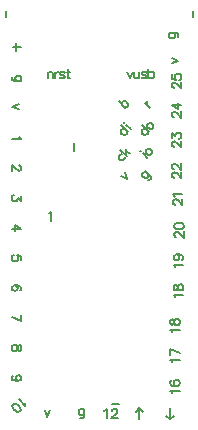
<source format=gto>
%FSTAX23Y23*%
%MOIN*%
%SFA1B1*%

%IPPOS*%
%ADD10C,0.007870*%
%ADD11C,0.005910*%
%LNcs_ranka-1*%
%LPD*%
G54D10*
X0038Y00106D02*
X00406D01*
X00256Y0095D02*
Y00976D01*
X0065Y01397D02*
Y01417D01*
X00028Y01397D02*
Y01417D01*
G54D11*
X00575Y00057D02*
Y00092D01*
X00563Y00068D02*
X00575Y00057D01*
X00587Y00068*
X00461Y0008D02*
X00473Y00092D01*
X00485Y0008*
X00473Y00057D02*
Y00092D01*
X00079Y00689D02*
X00058Y00704D01*
Y00682*
X00079Y00689D02*
X00048D01*
X00072Y00902D02*
X00073D01*
X00076Y00901*
X00078Y00899*
X00079Y00896*
Y0089*
X00078Y00887*
X00076Y00886*
X00073Y00884*
X0007*
X00067Y00886*
X00063Y00889*
X00048Y00904*
Y00883*
X00079Y01183D02*
X00055D01*
X00051Y01185*
X00049Y01186*
X00048Y01189*
Y01194*
X00049Y01197*
X00075Y01183D02*
X00078Y01186D01*
X00079Y01189*
Y01194*
X00078Y01197*
X00075Y012*
X0007Y01201*
X00067*
X00063Y012*
X0006Y01197*
X00058Y01194*
Y01189*
X0006Y01186*
X00063Y01183*
X00581Y00144D02*
X0058Y00147D01*
X00575Y00151*
X00607*
X0058Y00185D02*
X00577Y00183D01*
X00575Y00179*
Y00176*
X00577Y00171*
X00581Y00168*
X00589Y00167*
X00596*
X00602Y00168*
X00605Y00171*
X00607Y00176*
Y00177*
X00605Y00182*
X00602Y00185*
X00598Y00186*
X00596*
X00592Y00185*
X00589Y00182*
X00587Y00177*
Y00176*
X00589Y00171*
X00592Y00168*
X00596Y00167*
X00079Y00296D02*
X00078Y00301D01*
X00075Y00302*
X00072*
X00069Y00301*
X00067Y00298*
X00066Y00292*
X00064Y00287*
X00061Y00284*
X00058Y00283*
X00054*
X00051Y00284*
X00049Y00286*
X00048Y0029*
Y00296*
X00049Y00301*
X00051Y00302*
X00054Y00304*
X00058*
X00061Y00302*
X00064Y00299*
X00066Y00295*
X00067Y00289*
X00069Y00286*
X00072Y00284*
X00075*
X00078Y00286*
X00079Y0029*
Y00296*
Y00383D02*
X00048Y00398D01*
X00079Y00404D02*
Y00383D01*
X00593Y00462D02*
X00591Y00465D01*
X00587Y00469*
X00618*
X00587Y00492D02*
X00588Y00488D01*
X00591Y00486*
X00594*
X00597Y00488*
X00599Y00491*
X006Y00497*
X00602Y00501*
X00605Y00504*
X00608Y00506*
X00612*
X00615Y00504*
X00617Y00503*
X00618Y00498*
Y00492*
X00617Y00488*
X00615Y00486*
X00612Y00485*
X00608*
X00605Y00486*
X00602Y00489*
X006Y00494*
X00599Y005*
X00597Y00503*
X00594Y00504*
X00591*
X00588Y00503*
X00587Y00498*
Y00492*
X00589Y00861D02*
X00587D01*
X00584Y00863*
X00583Y00864*
X00581Y00867*
Y00873*
X00583Y00876*
X00584Y00878*
X00587Y00879*
X0059*
X00593Y00878*
X00598Y00875*
X00612Y0086*
Y00881*
X00589Y00889D02*
X00587D01*
X00584Y00891*
X00583Y00892*
X00581Y00895*
Y00901*
X00583Y00904*
X00584Y00906*
X00587Y00907*
X0059*
X00593Y00906*
X00598Y00903*
X00612Y00888*
Y00909*
X00493Y01109D02*
X00507Y01094D01*
X00499Y01103D02*
X00497Y01107D01*
Y01111*
X00498Y01114*
X00501Y01117*
X00168Y01213D02*
Y01192D01*
Y01207D02*
X00172Y01212D01*
X00175Y01213*
X0018*
X00183Y01212*
X00184Y01207*
Y01192*
X00192Y01213D02*
Y01192D01*
Y01204D02*
X00194Y01209D01*
X00197Y01212*
X002Y01213*
X00204*
X00224Y01209D02*
X00222Y01212D01*
X00218Y01213*
X00213*
X00209Y01212*
X00207Y01209*
X00209Y01206*
X00212Y01204*
X00219Y01203*
X00222Y01201*
X00224Y01198*
Y01197*
X00222Y01194*
X00218Y01192*
X00213*
X00209Y01194*
X00207Y01197*
X00235Y01224D02*
Y01198D01*
X00236Y01194*
X00239Y01192*
X00242*
X0023Y01213D02*
X00241D01*
X00492Y00883D02*
X00509Y00866D01*
X00511Y00862*
Y0086*
X0051Y00857*
X00506Y00853*
X00503Y00852*
X00495Y0088D02*
X00491D01*
X00487Y00879*
X00484Y00876*
X00483Y00873*
Y00868*
X00485Y00864*
X00487Y00862*
X00492Y0086*
X00496*
X00499Y00861*
X00502Y00864*
X00503Y00867*
Y00871*
X00073Y00997D02*
X00075Y00994D01*
X00079Y00989*
X00048*
X00581Y00247D02*
X0058Y0025D01*
X00575Y00254*
X00607*
X00575Y00291D02*
X00607Y00276D01*
X00575Y0027D02*
Y00291D01*
X00589Y0116D02*
X00587D01*
X00584Y01162*
X00583Y01163*
X00581Y01166*
Y01172*
X00583Y01175*
X00584Y01177*
X00587Y01178*
X0059*
X00593Y01177*
X00598Y01174*
X00612Y01159*
Y0118*
X00581Y01205D02*
Y0119D01*
X00595Y01188*
X00593Y0119*
X00592Y01194*
Y01199*
X00593Y01203*
X00596Y01206*
X00601Y01208*
X00604*
X00608Y01206*
X00611Y01203*
X00612Y01199*
Y01194*
X00611Y0119*
X00609Y01188*
X00606Y01187*
X00589Y01062D02*
X00587D01*
X00584Y01064*
X00583Y01065*
X00581Y01068*
Y01074*
X00583Y01077*
X00584Y01079*
X00587Y0108*
X0059*
X00593Y01079*
X00598Y01076*
X00612Y01061*
Y01082*
X00581Y01104D02*
X00602Y01089D01*
Y01111*
X00581Y01104D02*
X00612D01*
X0017Y00742D02*
X00173Y00743D01*
X00177Y00748*
Y00716*
X00157Y00085D02*
X00166Y00064D01*
X00175Y00085D02*
X00166Y00064D01*
X00412Y00867D02*
X00433Y00858D01*
X00424Y00879D02*
X00433Y00858D01*
X00077Y01298D02*
X0005D01*
X00063Y01311D02*
Y01284D01*
X00079Y00586D02*
Y00601D01*
X00066Y00602*
X00067Y00601*
X00069Y00596*
Y00592*
X00067Y00587*
X00064Y00584*
X0006Y00583*
X00057*
X00052Y00584*
X00049Y00587*
X00048Y00592*
Y00596*
X00049Y00601*
X00051Y00602*
X00054Y00604*
X00412Y01035D02*
X00434Y01013D01*
X00423Y01024D02*
X00419D01*
X00415Y01023*
X00412Y0102*
X00411Y01017*
Y01013*
X00413Y01008*
X00415Y01006*
X0042Y01004*
X00424*
X00427Y01005*
X0043Y01008*
X00431Y01012*
Y01016*
X0042Y01043D02*
X00422D01*
Y01045*
X0042*
Y01043*
X00429Y01037D02*
X00444Y01022D01*
X00482Y01035D02*
X00504Y01012D01*
X00492Y01024D02*
X00488D01*
X00485Y01023*
X00482Y0102*
X00481Y01017*
Y01012*
X00483Y01008*
X00485Y01006*
X00489Y01004*
X00493*
X00497Y01005*
X005Y01008*
X00501Y01011*
Y01016*
X005Y01039D02*
X00499Y01035D01*
Y01031*
X00501Y01027*
X00504Y01025*
X00508Y01023*
X00512*
X00515Y01024*
X00518Y01027*
X00519Y0103*
Y01034*
X00517Y01039*
X00515Y01041*
X00511Y01043*
X00507*
X00504Y01042*
X005Y01039*
X00094Y00111D02*
X00093Y00107D01*
Y00101*
X0007Y00123*
X00075Y00084D02*
X00077Y00088D01*
X00076Y00093*
X00072Y001*
X00069Y00103*
X00062Y00107*
X00057Y00108*
X00053Y00106*
X00051Y00104*
X00049Y001*
X0005Y00094*
X00054Y00088*
X00057Y00085*
X00064Y0008*
X00069Y00079*
X00073Y00082*
X00075Y00084*
X00069Y00183D02*
X00064Y00185D01*
X00061Y00188*
X0006Y00192*
Y00194*
X00061Y00198*
X00064Y00201*
X00069Y00203*
X0007*
X00075Y00201*
X00078Y00198*
X00079Y00194*
Y00192*
X00078Y00188*
X00075Y00185*
X00069Y00183*
X00061*
X00054Y00185*
X00049Y00188*
X00048Y00192*
Y00195*
X00049Y002*
X00052Y00201*
X00571Y01343D02*
X00595D01*
X006Y01342*
X00601Y0134*
X00603Y01337*
Y01333*
X00601Y0133*
X00576Y01343D02*
X00573Y0134D01*
X00571Y01337*
Y01333*
X00573Y0133*
X00576Y01327*
X0058Y01325*
X00583*
X00588Y01327*
X00591Y0133*
X00592Y01333*
Y01337*
X00591Y0134*
X00588Y01343*
X00432Y01213D02*
X00441Y01192D01*
X0045Y01213D02*
X00441Y01192D01*
X00455Y01213D02*
Y01198D01*
X00457Y01194*
X0046Y01192*
X00464*
X00467Y01194*
X00472Y01198*
Y01213D02*
Y01192D01*
X00497Y01209D02*
X00495Y01212D01*
X00491Y01213*
X00486*
X00482Y01212*
X0048Y01209*
X00482Y01206*
X00485Y01204*
X00492Y01203*
X00495Y01201*
X00497Y01198*
Y01197*
X00495Y01194*
X00491Y01192*
X00486*
X00482Y01194*
X0048Y01197*
X00503Y01224D02*
Y01192D01*
Y01209D02*
X00506Y01212D01*
X00509Y01213*
X00514*
X00517Y01212*
X0052Y01209*
X00521Y01204*
Y01201*
X0052Y01197*
X00517Y01194*
X00514Y01192*
X00509*
X00506Y01194*
X00503Y01197*
X00589Y00964D02*
X00587D01*
X00584Y00965*
X00583Y00967*
X00581Y0097*
Y00976*
X00583Y00979*
X00584Y0098*
X00587Y00982*
X0059*
X00593Y0098*
X00598Y00977*
X00612Y00962*
Y00983*
X00581Y00993D02*
Y0101D01*
X00593Y01001*
Y01005*
X00595Y01008*
X00596Y0101*
X00601Y01011*
X00604*
X00608Y0101*
X00611Y01007*
X00612Y01002*
Y00998*
X00611Y00993*
X00609Y00992*
X00606Y0099*
X00289Y0009D02*
Y00066D01*
X00287Y00062*
X00286Y0006*
X00283Y00059*
X00278*
X00275Y0006*
X00289Y00086D02*
X00286Y00089D01*
X00283Y0009*
X00278*
X00275Y00089*
X00272Y00086*
X00271Y00081*
Y00078*
X00272Y00074*
X00275Y00071*
X00278Y00069*
X00283*
X00286Y00071*
X00289Y00074*
X00593Y00562D02*
X00591Y00565D01*
X00587Y0057*
X00618*
X00597Y00605D02*
X00602Y00604D01*
X00605Y00601*
X00606Y00596*
Y00595*
X00605Y0059*
X00602Y00587*
X00597Y00586*
X00596*
X00591Y00587*
X00588Y0059*
X00587Y00595*
Y00596*
X00588Y00601*
X00591Y00604*
X00597Y00605*
X00605*
X00612Y00604*
X00617Y00601*
X00618Y00596*
Y00593*
X00617Y00589*
X00614Y00587*
X00592Y00771D02*
X00591D01*
X00588Y00773*
X00586Y00774*
X00585Y00777*
Y00783*
X00586Y00786*
X00588Y00788*
X00591Y00789*
X00594*
X00597Y00788*
X00601Y00785*
X00616Y0077*
Y00791*
X00591Y00798D02*
X00589Y00801D01*
X00585Y00805*
X00616*
X00075Y00485D02*
X00078Y00486D01*
X00079Y00491*
Y00494*
X00078Y00498*
X00073Y00501*
X00066Y00503*
X00058*
X00052Y00501*
X00049Y00498*
X00048Y00494*
Y00492*
X00049Y00488*
X00052Y00485*
X00057Y00483*
X00058*
X00063Y00485*
X00066Y00488*
X00067Y00492*
Y00494*
X00066Y00498*
X00063Y00501*
X00058Y00503*
X0058Y01242D02*
X00601Y01251D01*
X0058Y0126D02*
X00601Y01251D01*
X00476Y00949D02*
X00478D01*
Y00951*
X00476*
Y00949*
X00484Y00943D02*
X00499Y00928D01*
X00495Y00953D02*
X00494Y0095D01*
Y00946*
X00496Y00941*
X00498Y00939*
X00502Y00937*
X00506*
X00509Y00938*
X00513Y00941*
X00514Y00944*
Y00949*
X00512Y00953*
X00509Y00955*
X00505Y00957*
X00501*
X00498Y00956*
X00495Y00953*
X00596Y00663D02*
X00595D01*
X00592Y00664*
X0059Y00666*
X00589Y00669*
Y00675*
X0059Y00678*
X00592Y00679*
X00595Y00681*
X00598*
X00601Y00679*
X00605Y00676*
X0062Y00661*
Y00682*
X00589Y00698D02*
X0059Y00694D01*
X00595Y00691*
X00602Y00689*
X00607*
X00614Y00691*
X00619Y00694*
X0062Y00698*
Y00701*
X00619Y00706*
X00614Y00709*
X00607Y0071*
X00602*
X00595Y00709*
X0059Y00706*
X00589Y00701*
Y00698*
X00581Y00347D02*
X0058Y0035D01*
X00575Y00354*
X00607*
X00575Y00377D02*
X00577Y00373D01*
X0058Y00371*
X00583*
X00586Y00373*
X00587Y00376*
X00589Y00382*
X0059Y00386*
X00593Y00389*
X00596Y00391*
X00601*
X00604Y00389*
X00605Y00388*
X00607Y00383*
Y00377*
X00605Y00373*
X00604Y00371*
X00601Y0037*
X00596*
X00593Y00371*
X0059Y00374*
X00589Y00379*
X00587Y00385*
X00586Y00388*
X00583Y00389*
X0058*
X00577Y00388*
X00575Y00383*
Y00377*
X00356Y00084D02*
X00359Y00086D01*
X00364Y0009*
Y00059*
X00381Y00083D02*
Y00084D01*
X00382Y00087*
X00384Y00089*
X00387Y0009*
X00393*
X00396Y00089*
X00397Y00087*
X00399Y00084*
Y00081*
X00397Y00078*
X00394Y00074*
X00379Y00059*
X004*
X00415Y00939D02*
X00411D01*
X00408Y00938*
X00405Y00935*
X00404Y00932*
Y00927*
X00406Y00923*
X00408Y00921*
X00412Y00919*
X00416*
X00419Y0092*
X00423Y00923*
X00424Y00926*
Y00931*
X00409Y00954D02*
X00432Y00932D01*
X00427Y00958D02*
Y00936D01*
Y00945D02*
X00443Y00944D01*
X00404Y01115D02*
X00426Y01092D01*
X00415Y01104D02*
Y01108D01*
X00416Y01111*
X00419Y01115*
X00422Y01116*
X00426*
X00431Y01113*
X00433Y01111*
X00435Y01107*
Y01103*
X00434Y011*
X00431Y01096*
X00427Y01095*
X00423*
X0007Y01107D02*
X00049Y01098D01*
X0007Y01089D02*
X00049Y01098D01*
X00079Y00801D02*
Y00784D01*
X00067Y00793*
Y00789*
X00066Y00786*
X00064Y00784*
X0006Y00783*
X00057*
X00052Y00784*
X00049Y00787*
X00048Y00792*
Y00796*
X00049Y00801*
X00051Y00802*
X00054Y00804*
M02*
</source>
